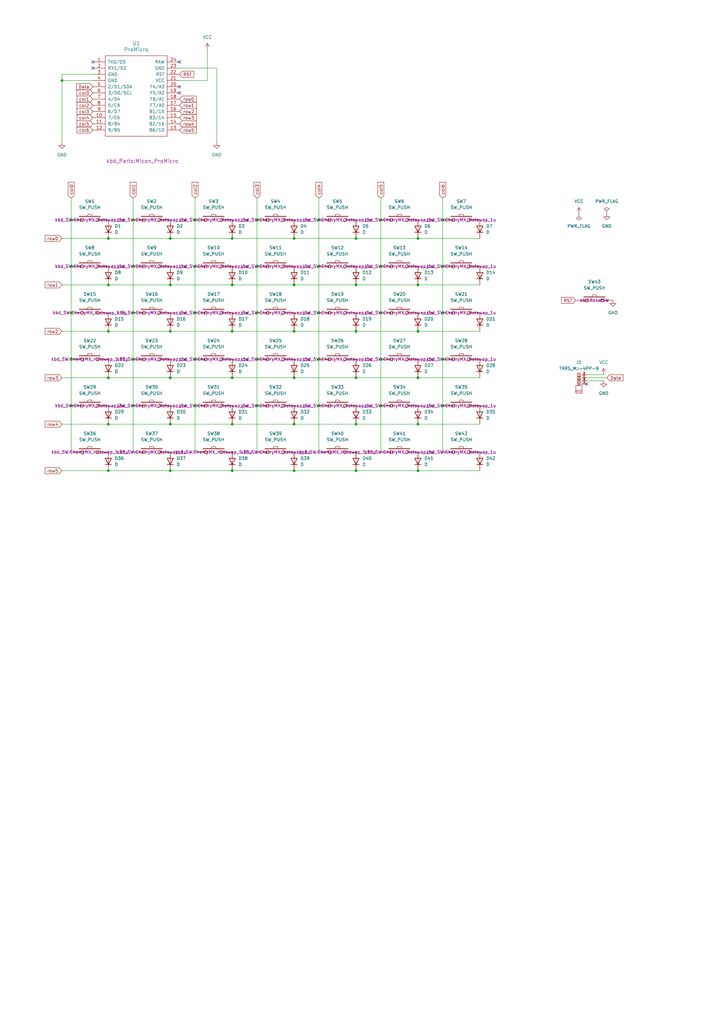
<source format=kicad_sch>
(kicad_sch (version 20231120) (generator "eeschema") (generator_version "8.0")
  (paper "A3" portrait)
  (lib_symbols
    (symbol "Device:D" (pin_numbers hide) (pin_names (offset 1.016) hide)
      (property "Reference" "D" (at 0 2.54 0))
      (property "Value" "D" (at 0 -2.54 0))
      (symbol "D_0_1"
        (polyline (pts (xy -1.27 1.27) (xy -1.27 -1.27)) (stroke (width 0.254)))
        (polyline (pts (xy 1.27 0) (xy -1.27 0)))
        (polyline (pts (xy 1.27 1.27) (xy 1.27 -1.27) (xy -1.27 0) (xy 1.27 1.27)) (stroke (width 0.254)))
      )
      (symbol "D_1_1"
        (pin passive line (at -3.81 0 0) (length 2.54) (name "K") (number "1"))
        (pin passive line (at 3.81 0 180) (length 2.54) (name "A") (number "2"))
      )
    )
    (symbol "Salicylic_kbd:TRRS_MJ-4PP-9" (pin_names (offset 1.016))
      (property "Reference" "J" (at 0 5.08 0))
      (property "Value" "TRRS_MJ-4PP-9" (at 0 -6.985 0))
      (symbol "TRRS_MJ-4PP-9_0_0"
        (text "R" (at 0 0 0) (effects (font (size 0.6096 0.6096))))
        (text "R" (at 0 1.27 0) (effects (font (size 0.6096 0.6096))))
        (text "S" (at 0 -1.27 0) (effects (font (size 0.6096 0.6096))))
        (text "T" (at 0 2.54 0) (effects (font (size 0.6096 0.6096))))
      )
      (symbol "TRRS_MJ-4PP-9_0_1"
        (rectangle (start -1.27 -3.81) (end 1.27 -4.445))
        (rectangle (start -1.27 -1.905) (end 1.27 -5.08))
        (rectangle (start -0.635 -0.635) (end 0.635 -1.905))
        (rectangle (start -0.635 0.635) (end 0.635 -0.635))
        (rectangle (start -0.635 1.905) (end 0.635 0.635))
        (rectangle (start -0.635 3.175) (end 0.635 1.905))
      )
      (symbol "TRRS_MJ-4PP-9_1_1"
        (pin input line (at 3.175 -1.27 180) (length 2.0066) (name "~") (number "A"))
        (pin input line (at 3.175 0 180) (length 2.0066) (name "~") (number "B"))
        (pin input line (at 3.175 1.27 180) (length 2.0066) (name "~") (number "C"))
        (pin input line (at 3.175 2.54 180) (length 2.0066) (name "~") (number "D"))
      )
    )
    (symbol "kbd:ProMicro" (pin_names (offset 1.016))
      (property "Reference" "U" (at 0 19.05 0))
      (property "Value" "ProMicro" (at 0 -19.05 0))
      (symbol "ProMicro_0_1"
        (rectangle (start -12.7 16.51) (end 12.7 -16.51))
      )
      (symbol "ProMicro_1_1"
        (pin bidirectional line (at -17.78 13.97 0) (length 5.08) (name "TX0/D3") (number "1"))
        (pin bidirectional line (at -17.78 -8.89 0) (length 5.08) (name "7/E6") (number "10"))
        (pin bidirectional line (at -17.78 -11.43 0) (length 5.08) (name "8/B4") (number "11"))
        (pin bidirectional line (at -17.78 -13.97 0) (length 5.08) (name "9/B5") (number "12"))
        (pin bidirectional line (at 17.78 -13.97 180) (length 5.08) (name "B6/10") (number "13"))
        (pin bidirectional line (at 17.78 -11.43 180) (length 5.08) (name "B2/16") (number "14"))
        (pin bidirectional line (at 17.78 -8.89 180) (length 5.08) (name "B3/14") (number "15"))
        (pin bidirectional line (at 17.78 -6.35 180) (length 5.08) (name "B1/15") (number "16"))
        (pin bidirectional line (at 17.78 -3.81 180) (length 5.08) (name "F7/A0") (number "17"))
        (pin bidirectional line (at 17.78 -1.27 180) (length 5.08) (name "F6/A1") (number "18"))
        (pin bidirectional line (at 17.78 1.27 180) (length 5.08) (name "F5/A2") (number "19"))
        (pin bidirectional line (at -17.78 11.43 0) (length 5.08) (name "RX1/D2") (number "2"))
        (pin bidirectional line (at 17.78 3.81 180) (length 5.08) (name "F4/A3") (number "20"))
        (pin power_in line (at 17.78 6.35 180) (length 5.08) (name "VCC") (number "21"))
        (pin input line (at 17.78 8.89 180) (length 5.08) (name "RST") (number "22"))
        (pin power_in line (at 17.78 11.43 180) (length 5.08) (name "GND") (number "23"))
        (pin power_out line (at 17.78 13.97 180) (length 5.08) (name "RAW") (number "24"))
        (pin power_in line (at -17.78 8.89 0) (length 5.08) (name "GND") (number "3"))
        (pin power_in line (at -17.78 6.35 0) (length 5.08) (name "GND") (number "4"))
        (pin bidirectional line (at -17.78 3.81 0) (length 5.08) (name "2/D1/SDA") (number "5"))
        (pin bidirectional line (at -17.78 1.27 0) (length 5.08) (name "3/D0/SCL") (number "6"))
        (pin bidirectional line (at -17.78 -1.27 0) (length 5.08) (name "4/D4") (number "7"))
        (pin bidirectional line (at -17.78 -3.81 0) (length 5.08) (name "5/C6") (number "8"))
        (pin bidirectional line (at -17.78 -6.35 0) (length 5.08) (name "6/D7") (number "9"))
      )
    )
    (symbol "kbd:SW_PUSH" (pin_numbers hide) (pin_names (offset 1.016) hide)
      (property "Reference" "SW" (at 3.81 2.794 0))
      (property "Value" "SW_PUSH" (at 0 -2.032 0))
      (symbol "SW_PUSH_0_1"
        (rectangle (start -4.318 1.27) (end 4.318 1.524))
        (polyline (pts (xy -1.016 1.524) (xy -0.762 2.286) (xy 0.762 2.286) (xy 1.016 1.524)))
        (pin passive inverted (at -7.62 0 0) (length 5.08) (name "1") (number "1"))
        (pin passive inverted (at 7.62 0 180) (length 5.08) (name "2") (number "2"))
      )
    )
    (symbol "power:GND" (power) (pin_numbers hide) (pin_names (offset 0) hide)
      (property "Value" "GND" (at 0 -3.81 0))
      (symbol "GND_0_1"
        (polyline (pts (xy 0 0) (xy 0 -1.27) (xy 1.27 -1.27) (xy 0 -2.54) (xy -1.27 -1.27) (xy 0 -1.27)))
      )
      (symbol "GND_1_1"
        (pin power_in line (at 0 0 270) (length 0) (name "~") (number "1"))
      )
    )
    (symbol "power:PWR_FLAG" (power) (pin_numbers hide) (pin_names (offset 0) hide)
      (property "Value" "PWR_FLAG" (at 0 3.81 0))
      (symbol "PWR_FLAG_0_0"
        (pin power_out line (at 0 0 90) (length 0) (name "~") (number "1"))
      )
      (symbol "PWR_FLAG_0_1"
        (polyline (pts (xy 0 0) (xy 0 1.27) (xy -1.016 1.905) (xy 0 2.54) (xy 1.016 1.905) (xy 0 1.27)))
      )
    )
    (symbol "power:VCC" (power) (pin_numbers hide) (pin_names (offset 0) hide)
      (property "Value" "VCC" (at 0 3.556 0))
      (symbol "VCC_0_1"
        (polyline (pts (xy -0.762 1.27) (xy 0 2.54)))
        (polyline (pts (xy 0 0) (xy 0 2.54)))
        (polyline (pts (xy 0 2.54) (xy 0.762 1.27)))
      )
      (symbol "VCC_1_1"
        (pin power_in line (at 0 0 90) (length 0) (name "~") (number "1"))
      )
    )
  )
  (junction (at 69.85 154.94))
  (junction (at 120.65 173.99))
  (junction (at 120.65 154.94))
  (junction (at 156.21 90.17))
  (junction (at 44.45 154.94))
  (junction (at 105.41 128.27))
  (junction (at 120.65 135.89))
  (junction (at 146.05 116.84))
  (junction (at 54.61 109.22))
  (junction (at 29.21 166.37))
  (junction (at 54.61 128.27))
  (junction (at 105.41 147.32))
  (junction (at 181.61 90.17))
  (junction (at 156.21 147.32))
  (junction (at 171.45 97.79))
  (junction (at 69.85 193.04))
  (junction (at 29.21 128.27))
  (junction (at 146.05 193.04))
  (junction (at 120.65 116.84))
  (junction (at 95.25 116.84))
  (junction (at 146.05 173.99))
  (junction (at 54.61 147.32))
  (junction (at 156.21 166.37))
  (junction (at 54.61 166.37))
  (junction (at 156.21 109.22))
  (junction (at 105.41 109.22))
  (junction (at 95.25 173.99))
  (junction (at 80.01 109.22))
  (junction (at 29.21 90.17))
  (junction (at 44.45 116.84))
  (junction (at 171.45 135.89))
  (junction (at 171.45 193.04))
  (junction (at 69.85 173.99))
  (junction (at 95.25 154.94))
  (junction (at 29.21 109.22))
  (junction (at 95.25 97.79))
  (junction (at 171.45 154.94))
  (junction (at 80.01 90.17))
  (junction (at 69.85 116.84))
  (junction (at 146.05 135.89))
  (junction (at 29.21 147.32))
  (junction (at 120.65 97.79))
  (junction (at 44.45 173.99))
  (junction (at 44.45 135.89))
  (junction (at 120.65 193.04))
  (junction (at 25.4 33.02))
  (junction (at 54.61 90.17))
  (junction (at 181.61 128.27))
  (junction (at 146.05 154.94))
  (junction (at 95.25 193.04))
  (junction (at 105.41 166.37))
  (junction (at 130.81 109.22))
  (junction (at 130.81 166.37))
  (junction (at 171.45 173.99))
  (junction (at 181.61 147.32))
  (junction (at 146.05 97.79))
  (junction (at 181.61 166.37))
  (junction (at 69.85 97.79))
  (junction (at 105.41 90.17))
  (junction (at 80.01 128.27))
  (junction (at 130.81 128.27))
  (junction (at 44.45 193.04))
  (junction (at 44.45 97.79))
  (junction (at 156.21 128.27))
  (junction (at 95.25 135.89))
  (junction (at 130.81 90.17))
  (junction (at 181.61 109.22))
  (junction (at 171.45 116.84))
  (junction (at 130.81 147.32))
  (junction (at 69.85 135.89))
  (junction (at 80.01 147.32))
  (junction (at 80.01 166.37))
  (no_connect (at 73.66 25.4))
  (no_connect (at 38.1 25.4))
  (no_connect (at 240.665 157.48))
  (no_connect (at 73.66 35.56))
  (no_connect (at 73.66 38.1))
  (no_connect (at 38.1 27.94))
  (wire (pts (xy 105.41 166.37) (xy 105.41 185.42)))
  (wire (pts (xy 44.45 193.04) (xy 69.85 193.04)))
  (wire (pts (xy 120.65 135.89) (xy 146.05 135.89)))
  (wire (pts (xy 69.85 97.79) (xy 95.25 97.79)))
  (wire (pts (xy 29.21 81.28) (xy 29.21 90.17)))
  (wire (pts (xy 181.61 128.27) (xy 181.61 147.32)))
  (wire (pts (xy 181.61 147.32) (xy 181.61 166.37)))
  (wire (pts (xy 54.61 81.28) (xy 54.61 90.17)))
  (wire (pts (xy 105.41 81.28) (xy 105.41 90.17)))
  (wire (pts (xy 85.09 20.32) (xy 85.09 33.02)))
  (wire (pts (xy 73.66 27.94) (xy 88.9 27.94)))
  (wire (pts (xy 44.45 116.84) (xy 69.85 116.84)))
  (wire (pts (xy 88.9 27.94) (xy 88.9 58.42)))
  (wire (pts (xy 29.21 166.37) (xy 29.21 185.42)))
  (wire (pts (xy 95.25 154.94) (xy 120.65 154.94)))
  (wire (pts (xy 181.61 109.22) (xy 181.61 128.27)))
  (wire (pts (xy 171.45 116.84) (xy 196.85 116.84)))
  (wire (pts (xy 146.05 97.79) (xy 171.45 97.79)))
  (wire (pts (xy 156.21 81.28) (xy 156.21 90.17)))
  (wire (pts (xy 25.4 154.94) (xy 44.45 154.94)))
  (wire (pts (xy 29.21 128.27) (xy 29.21 147.32)))
  (wire (pts (xy 130.81 128.27) (xy 130.81 147.32)))
  (wire (pts (xy 146.05 173.99) (xy 171.45 173.99)))
  (wire (pts (xy 95.25 116.84) (xy 120.65 116.84)))
  (wire (pts (xy 171.45 154.94) (xy 196.85 154.94)))
  (wire (pts (xy 69.85 173.99) (xy 95.25 173.99)))
  (wire (pts (xy 54.61 166.37) (xy 54.61 185.42)))
  (wire (pts (xy 105.41 90.17) (xy 105.41 109.22)))
  (wire (pts (xy 171.45 193.04) (xy 196.85 193.04)))
  (wire (pts (xy 25.4 193.04) (xy 44.45 193.04)))
  (wire (pts (xy 29.21 109.22) (xy 29.21 128.27)))
  (wire (pts (xy 105.41 109.22) (xy 105.41 128.27)))
  (wire (pts (xy 25.4 173.99) (xy 44.45 173.99)))
  (wire (pts (xy 29.21 147.32) (xy 29.21 166.37)))
  (wire (pts (xy 80.01 128.27) (xy 80.01 147.32)))
  (wire (pts (xy 80.01 81.28) (xy 80.01 90.17)))
  (wire (pts (xy 156.21 147.32) (xy 156.21 166.37)))
  (wire (pts (xy 80.01 90.17) (xy 80.01 109.22)))
  (wire (pts (xy 69.85 193.04) (xy 95.25 193.04)))
  (wire (pts (xy 85.09 33.02) (xy 73.66 33.02)))
  (wire (pts (xy 80.01 166.37) (xy 80.01 185.42)))
  (wire (pts (xy 54.61 128.27) (xy 54.61 147.32)))
  (wire (pts (xy 146.05 154.94) (xy 171.45 154.94)))
  (wire (pts (xy 130.81 90.17) (xy 130.81 109.22)))
  (wire (pts (xy 25.4 116.84) (xy 44.45 116.84)))
  (wire (pts (xy 120.65 193.04) (xy 146.05 193.04)))
  (wire (pts (xy 130.81 147.32) (xy 130.81 166.37)))
  (wire (pts (xy 44.45 173.99) (xy 69.85 173.99)))
  (wire (pts (xy 171.45 173.99) (xy 196.85 173.99)))
  (wire (pts (xy 95.25 173.99) (xy 120.65 173.99)))
  (wire (pts (xy 120.65 154.94) (xy 146.05 154.94)))
  (wire (pts (xy 25.4 135.89) (xy 44.45 135.89)))
  (wire (pts (xy 146.05 135.89) (xy 171.45 135.89)))
  (wire (pts (xy 105.41 147.32) (xy 105.41 166.37)))
  (wire (pts (xy 54.61 90.17) (xy 54.61 109.22)))
  (wire (pts (xy 80.01 109.22) (xy 80.01 128.27)))
  (wire (pts (xy 69.85 135.89) (xy 95.25 135.89)))
  (wire (pts (xy 25.4 33.02) (xy 38.1 33.02)))
  (wire (pts (xy 156.21 166.37) (xy 156.21 185.42)))
  (wire (pts (xy 120.65 97.79) (xy 146.05 97.79)))
  (wire (pts (xy 25.4 30.48) (xy 25.4 33.02)))
  (wire (pts (xy 44.45 97.79) (xy 69.85 97.79)))
  (wire (pts (xy 120.65 173.99) (xy 146.05 173.99)))
  (wire (pts (xy 181.61 166.37) (xy 181.61 185.42)))
  (wire (pts (xy 156.21 128.27) (xy 156.21 147.32)))
  (wire (pts (xy 95.25 135.89) (xy 120.65 135.89)))
  (wire (pts (xy 95.25 193.04) (xy 120.65 193.04)))
  (wire (pts (xy 44.45 154.94) (xy 69.85 154.94)))
  (wire (pts (xy 54.61 147.32) (xy 54.61 166.37)))
  (wire (pts (xy 120.65 116.84) (xy 146.05 116.84)))
  (wire (pts (xy 156.21 109.22) (xy 156.21 128.27)))
  (wire (pts (xy 146.05 193.04) (xy 171.45 193.04)))
  (wire (pts (xy 44.45 135.89) (xy 69.85 135.89)))
  (wire (pts (xy 29.21 90.17) (xy 29.21 109.22)))
  (wire (pts (xy 80.01 147.32) (xy 80.01 166.37)))
  (wire (pts (xy 130.81 109.22) (xy 130.81 128.27)))
  (wire (pts (xy 181.61 81.28) (xy 181.61 90.17)))
  (wire (pts (xy 105.41 128.27) (xy 105.41 147.32)))
  (wire (pts (xy 171.45 97.79) (xy 196.85 97.79)))
  (wire (pts (xy 171.45 135.89) (xy 196.85 135.89)))
  (wire (pts (xy 240.665 154.94) (xy 248.92 154.94)))
  (wire (pts (xy 38.1 30.48) (xy 25.4 30.48)))
  (wire (pts (xy 69.85 154.94) (xy 95.25 154.94)))
  (wire (pts (xy 181.61 90.17) (xy 181.61 109.22)))
  (wire (pts (xy 240.665 153.67) (xy 247.65 153.67)))
  (wire (pts (xy 240.665 156.21) (xy 247.65 156.21)))
  (wire (pts (xy 25.4 97.79) (xy 44.45 97.79)))
  (wire (pts (xy 146.05 116.84) (xy 171.45 116.84)))
  (wire (pts (xy 156.21 90.17) (xy 156.21 109.22)))
  (wire (pts (xy 69.85 116.84) (xy 95.25 116.84)))
  (wire (pts (xy 130.81 81.28) (xy 130.81 90.17)))
  (wire (pts (xy 130.81 166.37) (xy 130.81 185.42)))
  (wire (pts (xy 25.4 33.02) (xy 25.4 58.42)))
  (wire (pts (xy 95.25 97.79) (xy 120.65 97.79)))
  (wire (pts (xy 54.61 109.22) (xy 54.61 128.27)))
  (global_label "col0" (shape input) (at 38.1 38.1 180) (property "Intersheetrefs" "${INTERSHEET_REFS}" (effects (hide yes))))
  (global_label "row4" (shape input) (at 25.4 173.99 180) (property "Intersheetrefs" "${INTERSHEET_REFS}" (effects (hide yes))))
  (global_label "col1" (shape input) (at 54.61 81.28 90) (property "Intersheetrefs" "${INTERSHEET_REFS}" (effects (hide yes))))
  (global_label "row0" (shape input) (at 25.4 97.79 180) (property "Intersheetrefs" "${INTERSHEET_REFS}" (effects (hide yes))))
  (global_label "col2" (shape input) (at 38.1 43.18 180) (property "Intersheetrefs" "${INTERSHEET_REFS}" (effects (hide yes))))
  (global_label "Data" (shape input) (at 248.92 154.94 0) (property "Intersheetrefs" "${INTERSHEET_REFS}" (effects (hide yes))))
  (global_label "col3" (shape input) (at 105.41 81.28 90) (property "Intersheetrefs" "${INTERSHEET_REFS}" (effects (hide yes))))
  (global_label "col6" (shape input) (at 181.61 81.28 90) (property "Intersheetrefs" "${INTERSHEET_REFS}" (effects (hide yes))))
  (global_label "row5" (shape input) (at 25.4 193.04 180) (property "Intersheetrefs" "${INTERSHEET_REFS}" (effects (hide yes))))
  (global_label "col0" (shape input) (at 29.21 81.28 90) (property "Intersheetrefs" "${INTERSHEET_REFS}" (effects (hide yes))))
  (global_label "col1" (shape input) (at 38.1 40.64 180) (property "Intersheetrefs" "${INTERSHEET_REFS}" (effects (hide yes))))
  (global_label "row1" (shape input) (at 25.4 116.84 180) (property "Intersheetrefs" "${INTERSHEET_REFS}" (effects (hide yes))))
  (global_label "row3" (shape input) (at 25.4 154.94 180) (property "Intersheetrefs" "${INTERSHEET_REFS}" (effects (hide yes))))
  (global_label "row2" (shape input) (at 25.4 135.89 180) (property "Intersheetrefs" "${INTERSHEET_REFS}" (effects (hide yes))))
  (global_label "col5" (shape input) (at 156.21 81.28 90) (property "Intersheetrefs" "${INTERSHEET_REFS}" (effects (hide yes))))
  (global_label "col3" (shape input) (at 38.1 45.72 180) (property "Intersheetrefs" "${INTERSHEET_REFS}" (effects (hide yes))))
  (global_label "col4" (shape input) (at 130.81 81.28 90) (property "Intersheetrefs" "${INTERSHEET_REFS}" (effects (hide yes))))
  (global_label "RST" (shape input) (at 73.66 30.48 0) (property "Intersheetrefs" "${INTERSHEET_REFS}" (effects (hide yes))))
  (global_label "row1" (shape input) (at 73.66 43.18 0) (property "Intersheetrefs" "${INTERSHEET_REFS}" (effects (hide yes))))
  (global_label "row5" (shape input) (at 73.66 53.34 0) (property "Intersheetrefs" "${INTERSHEET_REFS}" (effects (hide yes))))
  (global_label "col6" (shape input) (at 38.1 53.34 180) (property "Intersheetrefs" "${INTERSHEET_REFS}" (effects (hide yes))))
  (global_label "row0" (shape input) (at 73.66 40.64 0) (property "Intersheetrefs" "${INTERSHEET_REFS}" (effects (hide yes))))
  (global_label "col4" (shape input) (at 38.1 48.26 180) (property "Intersheetrefs" "${INTERSHEET_REFS}" (effects (hide yes))))
  (global_label "col5" (shape input) (at 38.1 50.8 180) (property "Intersheetrefs" "${INTERSHEET_REFS}" (effects (hide yes))))
  (global_label "row3" (shape input) (at 73.66 48.26 0) (property "Intersheetrefs" "${INTERSHEET_REFS}" (effects (hide yes))))
  (global_label "RST" (shape input) (at 236.22 123.19 180) (property "Intersheetrefs" "${INTERSHEET_REFS}" (effects (hide yes))))
  (global_label "Data" (shape input) (at 38.1 35.56 180) (property "Intersheetrefs" "${INTERSHEET_REFS}" (effects (hide yes))))
  (global_label "col2" (shape input) (at 80.01 81.28 90) (property "Intersheetrefs" "${INTERSHEET_REFS}" (effects (hide yes))))
  (global_label "row4" (shape input) (at 73.66 50.8 0) (property "Intersheetrefs" "${INTERSHEET_REFS}" (effects (hide yes))))
  (global_label "row2" (shape input) (at 73.66 45.72 0) (property "Intersheetrefs" "${INTERSHEET_REFS}" (effects (hide yes))))
  (symbol (lib_id "kbd:SW_PUSH") (at 138.43 109.22 0) (unit 1)
    (property "Reference" "SW12" (at 138.43 101.6 0))
    (property "Value" "SW_PUSH" (at 138.43 104.14 0))
    (property "Footprint" "kbd_SW:CherryMX_Hotswap_1u" (at 138.43 109.22 0))
  )
  (symbol (lib_id "kbd:SW_PUSH") (at 189.23 166.37 0) (unit 1)
    (property "Reference" "SW35" (at 189.23 158.75 0))
    (property "Value" "SW_PUSH" (at 189.23 161.29 0))
    (property "Footprint" "kbd_SW:CherryMX_Hotswap_1u" (at 189.23 166.37 0))
  )
  (symbol (lib_id "Device:D") (at 146.05 170.18 90) (unit 1)
    (property "Reference" "D33" (at 148.59 168.9099 90) (effects (justify right)))
    (property "Value" "D" (at 148.59 171.4499 90) (effects (justify right)))
    (property "Footprint" "kbd_Parts:Diode_TH_SMD" (effects (hide yes)))
    (property "Description" "Diode" (effects (hide yes)))
    (property "Sim.Device" "D" (effects (hide yes)))
    (property "Sim.Pins" "1=K 2=A" (effects (hide yes)))
  )
  (symbol (lib_id "kbd:SW_PUSH") (at 138.43 128.27 0) (unit 1)
    (property "Reference" "SW19" (at 138.43 120.65 0))
    (property "Value" "SW_PUSH" (at 138.43 123.19 0))
    (property "Footprint" "kbd_SW:CherryMX_Hotswap_1u" (at 138.43 128.27 0))
  )
  (symbol (lib_id "power:PWR_FLAG") (at 248.92 87.63 0) (unit 1)
    (property "Reference" "#FLG02" (effects (hide yes)))
    (property "Value" "PWR_FLAG" (at 248.92 82.55 0))
    (property "Description" "Special symbol for telling ERC where power comes from" (effects (hide yes)))
  )
  (symbol (lib_id "kbd:ProMicro") (at 55.88 39.37 0) (unit 1)
    (property "Reference" "U1" (at 55.88 17.78 0) (effects (font (size 1.524 1.524))))
    (property "Value" "ProMicro" (at 55.88 20.32 0) (effects (font (size 1.524 1.524))))
    (property "Footprint" "kbd_Parts:Micon_ProMicro" (at 58.42 66.04 0) (effects (font (size 1.524 1.524))))
  )
  (symbol (lib_id "Device:D") (at 196.85 93.98 90) (unit 1)
    (property "Reference" "D7" (at 199.39 92.7099 90) (effects (justify right)))
    (property "Value" "D" (at 199.39 95.2499 90) (effects (justify right)))
    (property "Footprint" "kbd_Parts:Diode_TH_SMD" (effects (hide yes)))
    (property "Description" "Diode" (effects (hide yes)))
    (property "Sim.Device" "D" (effects (hide yes)))
    (property "Sim.Pins" "1=K 2=A" (effects (hide yes)))
  )
  (symbol (lib_id "Device:D") (at 146.05 189.23 90) (unit 1)
    (property "Reference" "D40" (at 148.59 187.9599 90) (effects (justify right)))
    (property "Value" "D" (at 148.59 190.4999 90) (effects (justify right)))
    (property "Footprint" "kbd_Parts:Diode_TH_SMD" (effects (hide yes)))
    (property "Description" "Diode" (effects (hide yes)))
    (property "Sim.Device" "D" (effects (hide yes)))
    (property "Sim.Pins" "1=K 2=A" (effects (hide yes)))
  )
  (symbol (lib_id "Device:D") (at 171.45 93.98 90) (unit 1)
    (property "Reference" "D6" (at 173.99 92.7099 90) (effects (justify right)))
    (property "Value" "D" (at 173.99 95.2499 90) (effects (justify right)))
    (property "Footprint" "kbd_Parts:Diode_TH_SMD" (effects (hide yes)))
    (property "Description" "Diode" (effects (hide yes)))
    (property "Sim.Device" "D" (effects (hide yes)))
    (property "Sim.Pins" "1=K 2=A" (effects (hide yes)))
  )
  (symbol (lib_id "power:PWR_FLAG") (at 237.49 87.63 180) (unit 1)
    (property "Reference" "#FLG01" (effects (hide yes)))
    (property "Value" "PWR_FLAG" (at 237.49 92.71 0))
    (property "Description" "Special symbol for telling ERC where power comes from" (effects (hide yes)))
  )
  (symbol (lib_id "kbd:SW_PUSH") (at 189.23 90.17 0) (unit 1)
    (property "Reference" "SW7" (at 189.23 82.55 0))
    (property "Value" "SW_PUSH" (at 189.23 85.09 0))
    (property "Footprint" "kbd_SW:CherryMX_Hotswap_1u" (at 189.23 90.17 0))
  )
  (symbol (lib_id "power:VCC") (at 85.09 20.32 0) (unit 1)
    (property "Reference" "#PWR01" (effects (hide yes)))
    (property "Value" "VCC" (at 85.09 15.24 0))
    (property "Description" "Power symbol creates a global label with name \"VCC\"" (effects (hide yes)))
  )
  (symbol (lib_id "kbd:SW_PUSH") (at 113.03 128.27 0) (unit 1)
    (property "Reference" "SW18" (at 113.03 120.65 0))
    (property "Value" "SW_PUSH" (at 113.03 123.19 0))
    (property "Footprint" "kbd_SW:CherryMX_Hotswap_1u" (at 113.03 128.27 0))
  )
  (symbol (lib_id "Device:D") (at 171.45 151.13 90) (unit 1)
    (property "Reference" "D27" (at 173.99 149.8599 90) (effects (justify right)))
    (property "Value" "D" (at 173.99 152.3999 90) (effects (justify right)))
    (property "Footprint" "kbd_Parts:Diode_TH_SMD" (effects (hide yes)))
    (property "Description" "Diode" (effects (hide yes)))
    (property "Sim.Device" "D" (effects (hide yes)))
    (property "Sim.Pins" "1=K 2=A" (effects (hide yes)))
  )
  (symbol (lib_id "Device:D") (at 171.45 113.03 90) (unit 1)
    (property "Reference" "D13" (at 173.99 111.7599 90) (effects (justify right)))
    (property "Value" "D" (at 173.99 114.2999 90) (effects (justify right)))
    (property "Footprint" "kbd_Parts:Diode_TH_SMD" (effects (hide yes)))
    (property "Description" "Diode" (effects (hide yes)))
    (property "Sim.Device" "D" (effects (hide yes)))
    (property "Sim.Pins" "1=K 2=A" (effects (hide yes)))
  )
  (symbol (lib_id "Device:D") (at 95.25 113.03 90) (unit 1)
    (property "Reference" "D10" (at 97.79 111.7599 90) (effects (justify right)))
    (property "Value" "D" (at 97.79 114.2999 90) (effects (justify right)))
    (property "Footprint" "kbd_Parts:Diode_TH_SMD" (effects (hide yes)))
    (property "Description" "Diode" (effects (hide yes)))
    (property "Sim.Device" "D" (effects (hide yes)))
    (property "Sim.Pins" "1=K 2=A" (effects (hide yes)))
  )
  (symbol (lib_id "kbd:SW_PUSH") (at 138.43 166.37 0) (unit 1)
    (property "Reference" "SW33" (at 138.43 158.75 0))
    (property "Value" "SW_PUSH" (at 138.43 161.29 0))
    (property "Footprint" "kbd_SW:CherryMX_Hotswap_1u" (at 138.43 166.37 0))
  )
  (symbol (lib_id "Device:D") (at 196.85 189.23 90) (unit 1)
    (property "Reference" "D42" (at 199.39 187.9599 90) (effects (justify right)))
    (property "Value" "D" (at 199.39 190.4999 90) (effects (justify right)))
    (property "Footprint" "kbd_Parts:Diode_TH_SMD" (effects (hide yes)))
    (property "Description" "Diode" (effects (hide yes)))
    (property "Sim.Device" "D" (effects (hide yes)))
    (property "Sim.Pins" "1=K 2=A" (effects (hide yes)))
  )
  (symbol (lib_id "Device:D") (at 120.65 170.18 90) (unit 1)
    (property "Reference" "D32" (at 123.19 168.9099 90) (effects (justify right)))
    (property "Value" "D" (at 123.19 171.4499 90) (effects (justify right)))
    (property "Footprint" "kbd_Parts:Diode_TH_SMD" (effects (hide yes)))
    (property "Description" "Diode" (effects (hide yes)))
    (property "Sim.Device" "D" (effects (hide yes)))
    (property "Sim.Pins" "1=K 2=A" (effects (hide yes)))
  )
  (symbol (lib_id "kbd:SW_PUSH") (at 113.03 90.17 0) (unit 1)
    (property "Reference" "SW4" (at 113.03 82.55 0))
    (property "Value" "SW_PUSH" (at 113.03 85.09 0))
    (property "Footprint" "kbd_SW:CherryMX_Hotswap_1u" (at 113.03 90.17 0))
  )
  (symbol (lib_id "kbd:SW_PUSH") (at 87.63 128.27 0) (unit 1)
    (property "Reference" "SW17" (at 87.63 120.65 0))
    (property "Value" "SW_PUSH" (at 87.63 123.19 0))
    (property "Footprint" "kbd_SW:CherryMX_Hotswap_1u" (at 87.63 128.27 0))
  )
  (symbol (lib_id "Device:D") (at 69.85 93.98 90) (unit 1)
    (property "Reference" "D2" (at 72.39 92.7099 90) (effects (justify right)))
    (property "Value" "D" (at 72.39 95.2499 90) (effects (justify right)))
    (property "Footprint" "kbd_Parts:Diode_TH_SMD" (effects (hide yes)))
    (property "Description" "Diode" (effects (hide yes)))
    (property "Sim.Device" "D" (effects (hide yes)))
    (property "Sim.Pins" "1=K 2=A" (effects (hide yes)))
  )
  (symbol (lib_id "power:GND") (at 88.9 58.42 0) (unit 1)
    (property "Reference" "#PWR03" (effects (hide yes)))
    (property "Value" "GND" (at 88.9 63.5 0))
    (property "Description" "Power symbol creates a global label with name \"GND\" , ground" (effects (hide yes)))
  )
  (symbol (lib_id "kbd:SW_PUSH") (at 113.03 166.37 0) (unit 1)
    (property "Reference" "SW32" (at 113.03 158.75 0))
    (property "Value" "SW_PUSH" (at 113.03 161.29 0))
    (property "Footprint" "kbd_SW:CherryMX_Hotswap_1u" (at 113.03 166.37 0))
  )
  (symbol (lib_id "kbd:SW_PUSH") (at 87.63 90.17 0) (unit 1)
    (property "Reference" "SW3" (at 87.63 82.55 0))
    (property "Value" "SW_PUSH" (at 87.63 85.09 0))
    (property "Footprint" "kbd_SW:CherryMX_Hotswap_1u" (at 87.63 90.17 0))
  )
  (symbol (lib_id "kbd:SW_PUSH") (at 36.83 147.32 0) (unit 1)
    (property "Reference" "SW22" (at 36.83 139.7 0))
    (property "Value" "SW_PUSH" (at 36.83 142.24 0))
    (property "Footprint" "kbd_SW:CherryMX_Hotswap_1.75u" (at 36.83 147.32 0))
  )
  (symbol (lib_id "Device:D") (at 196.85 170.18 90) (unit 1)
    (property "Reference" "D35" (at 199.39 168.9099 90) (effects (justify right)))
    (property "Value" "D" (at 199.39 171.4499 90) (effects (justify right)))
    (property "Footprint" "kbd_Parts:Diode_TH_SMD" (effects (hide yes)))
    (property "Description" "Diode" (effects (hide yes)))
    (property "Sim.Device" "D" (effects (hide yes)))
    (property "Sim.Pins" "1=K 2=A" (effects (hide yes)))
  )
  (symbol (lib_id "kbd:SW_PUSH") (at 163.83 109.22 0) (unit 1)
    (property "Reference" "SW13" (at 163.83 101.6 0))
    (property "Value" "SW_PUSH" (at 163.83 104.14 0))
    (property "Footprint" "kbd_SW:CherryMX_Hotswap_1u" (at 163.83 109.22 0))
  )
  (symbol (lib_id "power:GND") (at 251.46 123.19 0) (unit 1)
    (property "Reference" "#PWR08" (effects (hide yes)))
    (property "Value" "GND" (at 251.46 128.27 0))
    (property "Description" "Power symbol creates a global label with name \"GND\" , ground" (effects (hide yes)))
  )
  (symbol (lib_id "Device:D") (at 69.85 170.18 90) (unit 1)
    (property "Reference" "D30" (at 72.39 168.9099 90) (effects (justify right)))
    (property "Value" "D" (at 72.39 171.4499 90) (effects (justify right)))
    (property "Footprint" "kbd_Parts:Diode_TH_SMD" (effects (hide yes)))
    (property "Description" "Diode" (effects (hide yes)))
    (property "Sim.Device" "D" (effects (hide yes)))
    (property "Sim.Pins" "1=K 2=A" (effects (hide yes)))
  )
  (symbol (lib_id "Device:D") (at 95.25 170.18 90) (unit 1)
    (property "Reference" "D31" (at 97.79 168.9099 90) (effects (justify right)))
    (property "Value" "D" (at 97.79 171.4499 90) (effects (justify right)))
    (property "Footprint" "kbd_Parts:Diode_TH_SMD" (effects (hide yes)))
    (property "Description" "Diode" (effects (hide yes)))
    (property "Sim.Device" "D" (effects (hide yes)))
    (property "Sim.Pins" "1=K 2=A" (effects (hide yes)))
  )
  (symbol (lib_id "Device:D") (at 171.45 189.23 90) (unit 1)
    (property "Reference" "D41" (at 173.99 187.9599 90) (effects (justify right)))
    (property "Value" "D" (at 173.99 190.4999 90) (effects (justify right)))
    (property "Footprint" "kbd_Parts:Diode_TH_SMD" (effects (hide yes)))
    (property "Description" "Diode" (effects (hide yes)))
    (property "Sim.Device" "D" (effects (hide yes)))
    (property "Sim.Pins" "1=K 2=A" (effects (hide yes)))
  )
  (symbol (lib_id "kbd:SW_PUSH") (at 36.83 90.17 0) (unit 1)
    (property "Reference" "SW1" (at 36.83 82.55 0))
    (property "Value" "SW_PUSH" (at 36.83 85.09 0))
    (property "Footprint" "kbd_SW:CherryMX_Hotswap_1u" (at 36.83 90.17 0))
  )
  (symbol (lib_id "Device:D") (at 95.25 189.23 90) (unit 1)
    (property "Reference" "D38" (at 97.79 187.9599 90) (effects (justify right)))
    (property "Value" "D" (at 97.79 190.4999 90) (effects (justify right)))
    (property "Footprint" "kbd_Parts:Diode_TH_SMD" (effects (hide yes)))
    (property "Description" "Diode" (effects (hide yes)))
    (property "Sim.Device" "D" (effects (hide yes)))
    (property "Sim.Pins" "1=K 2=A" (effects (hide yes)))
  )
  (symbol (lib_id "kbd:SW_PUSH") (at 189.23 128.27 0) (unit 1)
    (property "Reference" "SW21" (at 189.23 120.65 0))
    (property "Value" "SW_PUSH" (at 189.23 123.19 0))
    (property "Footprint" "kbd_SW:CherryMX_Hotswap_1u" (at 189.23 128.27 0))
  )
  (symbol (lib_id "kbd:SW_PUSH") (at 163.83 185.42 0) (unit 1)
    (property "Reference" "SW41" (at 163.83 177.8 0))
    (property "Value" "SW_PUSH" (at 163.83 180.34 0))
    (property "Footprint" "kbd_SW:CherryMX_Hotswap_1u" (at 163.83 185.42 0))
  )
  (symbol (lib_id "Device:D") (at 146.05 151.13 90) (unit 1)
    (property "Reference" "D26" (at 148.59 149.8599 90) (effects (justify right)))
    (property "Value" "D" (at 148.59 152.3999 90) (effects (justify right)))
    (property "Footprint" "kbd_Parts:Diode_TH_SMD" (effects (hide yes)))
    (property "Description" "Diode" (effects (hide yes)))
    (property "Sim.Device" "D" (effects (hide yes)))
    (property "Sim.Pins" "1=K 2=A" (effects (hide yes)))
  )
  (symbol (lib_id "Device:D") (at 44.45 189.23 90) (unit 1)
    (property "Reference" "D36" (at 46.99 187.9599 90) (effects (justify right)))
    (property "Value" "D" (at 46.99 190.4999 90) (effects (justify right)))
    (property "Footprint" "kbd_Parts:Diode_TH_SMD" (effects (hide yes)))
    (property "Description" "Diode" (effects (hide yes)))
    (property "Sim.Device" "D" (effects (hide yes)))
    (property "Sim.Pins" "1=K 2=A" (effects (hide yes)))
  )
  (symbol (lib_id "kbd:SW_PUSH") (at 87.63 185.42 0) (unit 1)
    (property "Reference" "SW38" (at 87.63 177.8 0))
    (property "Value" "SW_PUSH" (at 87.63 180.34 0))
    (property "Footprint" "kbd_SW:CherryMX_Hotswap_1.25u" (at 87.63 185.42 0))
  )
  (symbol (lib_id "kbd:SW_PUSH") (at 62.23 128.27 0) (unit 1)
    (property "Reference" "SW16" (at 62.23 120.65 0))
    (property "Value" "SW_PUSH" (at 62.23 123.19 0))
    (property "Footprint" "kbd_SW:CherryMX_Hotswap_1u" (at 62.23 128.27 0))
  )
  (symbol (lib_id "Device:D") (at 95.25 132.08 90) (unit 1)
    (property "Reference" "D17" (at 97.79 130.8099 90) (effects (justify right)))
    (property "Value" "D" (at 97.79 133.3499 90) (effects (justify right)))
    (property "Footprint" "kbd_Parts:Diode_TH_SMD" (effects (hide yes)))
    (property "Description" "Diode" (effects (hide yes)))
    (property "Sim.Device" "D" (effects (hide yes)))
    (property "Sim.Pins" "1=K 2=A" (effects (hide yes)))
  )
  (symbol (lib_id "Device:D") (at 146.05 132.08 90) (unit 1)
    (property "Reference" "D19" (at 148.59 130.8099 90) (effects (justify right)))
    (property "Value" "D" (at 148.59 133.3499 90) (effects (justify right)))
    (property "Footprint" "kbd_Parts:Diode_TH_SMD" (effects (hide yes)))
    (property "Description" "Diode" (effects (hide yes)))
    (property "Sim.Device" "D" (effects (hide yes)))
    (property "Sim.Pins" "1=K 2=A" (effects (hide yes)))
  )
  (symbol (lib_id "Device:D") (at 69.85 189.23 90) (unit 1)
    (property "Reference" "D37" (at 72.39 187.9599 90) (effects (justify right)))
    (property "Value" "D" (at 72.39 190.4999 90) (effects (justify right)))
    (property "Footprint" "kbd_Parts:Diode_TH_SMD" (effects (hide yes)))
    (property "Description" "Diode" (effects (hide yes)))
    (property "Sim.Device" "D" (effects (hide yes)))
    (property "Sim.Pins" "1=K 2=A" (effects (hide yes)))
  )
  (symbol (lib_id "kbd:SW_PUSH") (at 113.03 109.22 0) (unit 1)
    (property "Reference" "SW11" (at 113.03 101.6 0))
    (property "Value" "SW_PUSH" (at 113.03 104.14 0))
    (property "Footprint" "kbd_SW:CherryMX_Hotswap_1u" (at 113.03 109.22 0))
  )
  (symbol (lib_id "power:VCC") (at 247.65 153.67 0) (unit 1)
    (property "Reference" "#PWR04" (effects (hide yes)))
    (property "Value" "VCC" (at 247.65 148.59 0))
    (property "Description" "Power symbol creates a global label with name \"VCC\"" (effects (hide yes)))
  )
  (symbol (lib_id "kbd:SW_PUSH") (at 189.23 109.22 0) (unit 1)
    (property "Reference" "SW14" (at 189.23 101.6 0))
    (property "Value" "SW_PUSH" (at 189.23 104.14 0))
    (property "Footprint" "kbd_SW:CherryMX_Hotswap_1u" (at 189.23 109.22 0))
  )
  (symbol (lib_id "Device:D") (at 69.85 132.08 90) (unit 1)
    (property "Reference" "D16" (at 72.39 130.8099 90) (effects (justify right)))
    (property "Value" "D" (at 72.39 133.3499 90) (effects (justify right)))
    (property "Footprint" "kbd_Parts:Diode_TH_SMD" (effects (hide yes)))
    (property "Description" "Diode" (effects (hide yes)))
    (property "Sim.Device" "D" (effects (hide yes)))
    (property "Sim.Pins" "1=K 2=A" (effects (hide yes)))
  )
  (symbol (lib_id "Device:D") (at 95.25 151.13 90) (unit 1)
    (property "Reference" "D24" (at 97.79 149.8599 90) (effects (justify right)))
    (property "Value" "D" (at 97.79 152.3999 90) (effects (justify right)))
    (property "Footprint" "kbd_Parts:Diode_TH_SMD" (effects (hide yes)))
    (property "Description" "Diode" (effects (hide yes)))
    (property "Sim.Device" "D" (effects (hide yes)))
    (property "Sim.Pins" "1=K 2=A" (effects (hide yes)))
  )
  (symbol (lib_id "Device:D") (at 120.65 189.23 90) (unit 1)
    (property "Reference" "D39" (at 123.19 187.9599 90) (effects (justify right)))
    (property "Value" "D" (at 123.19 190.4999 90) (effects (justify right)))
    (property "Footprint" "kbd_Parts:Diode_TH_SMD" (effects (hide yes)))
    (property "Description" "Diode" (effects (hide yes)))
    (property "Sim.Device" "D" (effects (hide yes)))
    (property "Sim.Pins" "1=K 2=A" (effects (hide yes)))
  )
  (symbol (lib_id "power:GND") (at 25.4 58.42 0) (unit 1)
    (property "Reference" "#PWR02" (effects (hide yes)))
    (property "Value" "GND" (at 25.4 63.5 0))
    (property "Description" "Power symbol creates a global label with name \"GND\" , ground" (effects (hide yes)))
  )
  (symbol (lib_id "kbd:SW_PUSH") (at 36.83 109.22 0) (unit 1)
    (property "Reference" "SW8" (at 36.83 101.6 0))
    (property "Value" "SW_PUSH" (at 36.83 104.14 0))
    (property "Footprint" "kbd_SW:CherryMX_Hotswap_1u" (at 36.83 109.22 0))
  )
  (symbol (lib_id "kbd:SW_PUSH") (at 138.43 90.17 0) (unit 1)
    (property "Reference" "SW5" (at 138.43 82.55 0))
    (property "Value" "SW_PUSH" (at 138.43 85.09 0))
    (property "Footprint" "kbd_SW:CherryMX_Hotswap_1u" (at 138.43 90.17 0))
  )
  (symbol (lib_id "kbd:SW_PUSH") (at 36.83 128.27 0) (unit 1)
    (property "Reference" "SW15" (at 36.83 120.65 0))
    (property "Value" "SW_PUSH" (at 36.83 123.19 0))
    (property "Footprint" "kbd_SW:CherryMX_Hotswap_1.5u" (at 36.83 128.27 0))
  )
  (symbol (lib_id "kbd:SW_PUSH") (at 87.63 147.32 0) (unit 1)
    (property "Reference" "SW24" (at 87.63 139.7 0))
    (property "Value" "SW_PUSH" (at 87.63 142.24 0))
    (property "Footprint" "kbd_SW:CherryMX_Hotswap_1u" (at 87.63 147.32 0))
  )
  (symbol (lib_id "Salicylic_kbd:TRRS_MJ-4PP-9") (at 237.49 156.21 0) (unit 1)
    (property "Reference" "J1" (at 237.49 148.59 0))
    (property "Value" "TRRS_MJ-4PP-9" (at 237.49 151.13 0))
    (property "Footprint" "kbd_Parts:TRRS_MJ-4PP-9" (effects (hide yes)))
  )
  (symbol (lib_id "kbd:SW_PUSH") (at 113.03 147.32 0) (unit 1)
    (property "Reference" "SW25" (at 113.03 139.7 0))
    (property "Value" "SW_PUSH" (at 113.03 142.24 0))
    (property "Footprint" "kbd_SW:CherryMX_Hotswap_1u" (at 113.03 147.32 0))
  )
  (symbol (lib_id "Device:D") (at 146.05 113.03 90) (unit 1)
    (property "Reference" "D12" (at 148.59 111.7599 90) (effects (justify right)))
    (property "Value" "D" (at 148.59 114.2999 90) (effects (justify right)))
    (property "Footprint" "kbd_Parts:Diode_TH_SMD" (effects (hide yes)))
    (property "Description" "Diode" (effects (hide yes)))
    (property "Sim.Device" "D" (effects (hide yes)))
    (property "Sim.Pins" "1=K 2=A" (effects (hide yes)))
  )
  (symbol (lib_id "Device:D") (at 196.85 113.03 90) (unit 1)
    (property "Reference" "D14" (at 199.39 111.7599 90) (effects (justify right)))
    (property "Value" "D" (at 199.39 114.2999 90) (effects (justify right)))
    (property "Footprint" "kbd_Parts:Diode_TH_SMD" (effects (hide yes)))
    (property "Description" "Diode" (effects (hide yes)))
    (property "Sim.Device" "D" (effects (hide yes)))
    (property "Sim.Pins" "1=K 2=A" (effects (hide yes)))
  )
  (symbol (lib_id "Device:D") (at 171.45 170.18 90) (unit 1)
    (property "Reference" "D34" (at 173.99 168.9099 90) (effects (justify right)))
    (property "Value" "D" (at 173.99 171.4499 90) (effects (justify right)))
    (property "Footprint" "kbd_Parts:Diode_TH_SMD" (effects (hide yes)))
    (property "Description" "Diode" (effects (hide yes)))
    (property "Sim.Device" "D" (effects (hide yes)))
    (property "Sim.Pins" "1=K 2=A" (effects (hide yes)))
  )
  (symbol (lib_id "Device:D") (at 196.85 132.08 90) (unit 1)
    (property "Reference" "D21" (at 199.39 130.8099 90) (effects (justify right)))
    (property "Value" "D" (at 199.39 133.3499 90) (effects (justify right)))
    (property "Footprint" "kbd_Parts:Diode_TH_SMD" (effects (hide yes)))
    (property "Description" "Diode" (effects (hide yes)))
    (property "Sim.Device" "D" (effects (hide yes)))
    (property "Sim.Pins" "1=K 2=A" (effects (hide yes)))
  )
  (symbol (lib_id "Device:D") (at 69.85 113.03 90) (unit 1)
    (property "Reference" "D9" (at 72.39 111.7599 90) (effects (justify right)))
    (property "Value" "D" (at 72.39 114.2999 90) (effects (justify right)))
    (property "Footprint" "kbd_Parts:Diode_TH_SMD" (effects (hide yes)))
    (property "Description" "Diode" (effects (hide yes)))
    (property "Sim.Device" "D" (effects (hide yes)))
    (property "Sim.Pins" "1=K 2=A" (effects (hide yes)))
  )
  (symbol (lib_id "Device:D") (at 95.25 93.98 90) (unit 1)
    (property "Reference" "D3" (at 97.79 92.7099 90) (effects (justify right)))
    (property "Value" "D" (at 97.79 95.2499 90) (effects (justify right)))
    (property "Footprint" "kbd_Parts:Diode_TH_SMD" (effects (hide yes)))
    (property "Description" "Diode" (effects (hide yes)))
    (property "Sim.Device" "D" (effects (hide yes)))
    (property "Sim.Pins" "1=K 2=A" (effects (hide yes)))
  )
  (symbol (lib_id "kbd:SW_PUSH") (at 163.83 90.17 0) (unit 1)
    (property "Reference" "SW6" (at 163.83 82.55 0))
    (property "Value" "SW_PUSH" (at 163.83 85.09 0))
    (property "Footprint" "kbd_SW:CherryMX_Hotswap_1u" (at 163.83 90.17 0))
  )
  (symbol (lib_id "Device:D") (at 44.45 151.13 90) (unit 1)
    (property "Reference" "D22" (at 46.99 149.8599 90) (effects (justify right)))
    (property "Value" "D" (at 46.99 152.3999 90) (effects (justify right)))
    (property "Footprint" "kbd_Parts:Diode_TH_SMD" (effects (hide yes)))
    (property "Description" "Diode" (effects (hide yes)))
    (property "Sim.Device" "D" (effects (hide yes)))
    (property "Sim.Pins" "1=K 2=A" (effects (hide yes)))
  )
  (symbol (lib_id "kbd:SW_PUSH") (at 163.83 166.37 0) (unit 1)
    (property "Reference" "SW34" (at 163.83 158.75 0))
    (property "Value" "SW_PUSH" (at 163.83 161.29 0))
    (property "Footprint" "kbd_SW:CherryMX_Hotswap_1u" (at 163.83 166.37 0))
  )
  (symbol (lib_id "Device:D") (at 120.65 113.03 90) (unit 1)
    (property "Reference" "D11" (at 123.19 111.7599 90) (effects (justify right)))
    (property "Value" "D" (at 123.19 114.2999 90) (effects (justify right)))
    (property "Footprint" "kbd_Parts:Diode_TH_SMD" (effects (hide yes)))
    (property "Description" "Diode" (effects (hide yes)))
    (property "Sim.Device" "D" (effects (hide yes)))
    (property "Sim.Pins" "1=K 2=A" (effects (hide yes)))
  )
  (symbol (lib_id "kbd:SW_PUSH") (at 62.23 185.42 0) (unit 1)
    (property "Reference" "SW37" (at 62.23 177.8 0))
    (property "Value" "SW_PUSH" (at 62.23 180.34 0))
    (property "Footprint" "kbd_SW:CherryMX_Hotswap_1u" (at 62.23 185.42 0))
  )
  (symbol (lib_id "power:GND") (at 247.65 156.21 0) (unit 1)
    (property "Reference" "#PWR07" (effects (hide yes)))
    (property "Value" "GND" (at 247.65 161.29 0))
    (property "Description" "Power symbol creates a global label with name \"GND\" , ground" (effects (hide yes)))
  )
  (symbol (lib_id "kbd:SW_PUSH") (at 163.83 147.32 0) (unit 1)
    (property "Reference" "SW27" (at 163.83 139.7 0))
    (property "Value" "SW_PUSH" (at 163.83 142.24 0))
    (property "Footprint" "kbd_SW:CherryMX_Hotswap_1u" (at 163.83 147.32 0))
  )
  (symbol (lib_id "kbd:SW_PUSH") (at 62.23 147.32 0) (unit 1)
    (property "Reference" "SW23" (at 62.23 139.7 0))
    (property "Value" "SW_PUSH" (at 62.23 142.24 0))
    (property "Footprint" "kbd_SW:CherryMX_Hotswap_1u" (at 62.23 147.32 0))
  )
  (symbol (lib_id "Device:D") (at 44.45 132.08 90) (unit 1)
    (property "Reference" "D15" (at 46.99 130.8099 90) (effects (justify right)))
    (property "Value" "D" (at 46.99 133.3499 90) (effects (justify right)))
    (property "Footprint" "kbd_Parts:Diode_TH_SMD" (effects (hide yes)))
    (property "Description" "Diode" (effects (hide yes)))
    (property "Sim.Device" "D" (effects (hide yes)))
    (property "Sim.Pins" "1=K 2=A" (effects (hide yes)))
  )
  (symbol (lib_id "Device:D") (at 120.65 132.08 90) (unit 1)
    (property "Reference" "D18" (at 123.19 130.8099 90) (effects (justify right)))
    (property "Value" "D" (at 123.19 133.3499 90) (effects (justify right)))
    (property "Footprint" "kbd_Parts:Diode_TH_SMD" (effects (hide yes)))
    (property "Description" "Diode" (effects (hide yes)))
    (property "Sim.Device" "D" (effects (hide yes)))
    (property "Sim.Pins" "1=K 2=A" (effects (hide yes)))
  )
  (symbol (lib_id "kbd:SW_PUSH") (at 87.63 166.37 0) (unit 1)
    (property "Reference" "SW31" (at 87.63 158.75 0))
    (property "Value" "SW_PUSH" (at 87.63 161.29 0))
    (property "Footprint" "kbd_SW:CherryMX_Hotswap_1u" (at 87.63 166.37 0))
  )
  (symbol (lib_id "Device:D") (at 120.65 151.13 90) (unit 1)
    (property "Reference" "D25" (at 123.19 149.8599 90) (effects (justify right)))
    (property "Value" "D" (at 123.19 152.3999 90) (effects (justify right)))
    (property "Footprint" "kbd_Parts:Diode_TH_SMD" (effects (hide yes)))
    (property "Description" "Diode" (effects (hide yes)))
    (property "Sim.Device" "D" (effects (hide yes)))
    (property "Sim.Pins" "1=K 2=A" (effects (hide yes)))
  )
  (symbol (lib_id "power:GND") (at 248.92 87.63 0) (unit 1)
    (property "Reference" "#PWR06" (effects (hide yes)))
    (property "Value" "GND" (at 248.92 92.71 0))
    (property "Description" "Power symbol creates a global label with name \"GND\" , ground" (effects (hide yes)))
  )
  (symbol (lib_id "Device:D") (at 196.85 151.13 90) (unit 1)
    (property "Reference" "D28" (at 199.39 149.8599 90) (effects (justify right)))
    (property "Value" "D" (at 199.39 152.3999 90) (effects (justify right)))
    (property "Footprint" "kbd_Parts:Diode_TH_SMD" (effects (hide yes)))
    (property "Description" "Diode" (effects (hide yes)))
    (property "Sim.Device" "D" (effects (hide yes)))
    (property "Sim.Pins" "1=K 2=A" (effects (hide yes)))
  )
  (symbol (lib_id "kbd:SW_PUSH") (at 62.23 109.22 0) (unit 1)
    (property "Reference" "SW9" (at 62.23 101.6 0))
    (property "Value" "SW_PUSH" (at 62.23 104.14 0))
    (property "Footprint" "kbd_SW:CherryMX_Hotswap_1u" (at 62.23 109.22 0))
  )
  (symbol (lib_id "kbd:SW_PUSH") (at 163.83 128.27 0) (unit 1)
    (property "Reference" "SW20" (at 163.83 120.65 0))
    (property "Value" "SW_PUSH" (at 163.83 123.19 0))
    (property "Footprint" "kbd_SW:CherryMX_Hotswap_1u" (at 163.83 128.27 0))
  )
  (symbol (lib_id "kbd:SW_PUSH") (at 138.43 147.32 0) (unit 1)
    (property "Reference" "SW26" (at 138.43 139.7 0))
    (property "Value" "SW_PUSH" (at 138.43 142.24 0))
    (property "Footprint" "kbd_SW:CherryMX_Hotswap_1u" (at 138.43 147.32 0))
  )
  (symbol (lib_id "Device:D") (at 44.45 93.98 90) (unit 1)
    (property "Reference" "D1" (at 46.99 92.7099 90) (effects (justify right)))
    (property "Value" "D" (at 46.99 95.2499 90) (effects (justify right)))
    (property "Footprint" "kbd_Parts:Diode_TH_SMD" (effects (hide yes)))
    (property "Description" "Diode" (effects (hide yes)))
    (property "Sim.Device" "D" (effects (hide yes)))
    (property "Sim.Pins" "1=K 2=A" (effects (hide yes)))
  )
  (symbol (lib_id "kbd:SW_PUSH") (at 189.23 185.42 0) (unit 1)
    (property "Reference" "SW42" (at 189.23 177.8 0))
    (property "Value" "SW_PUSH" (at 189.23 180.34 0))
    (property "Footprint" "kbd_SW:CherryMX_Hotswap_1u" (at 189.23 185.42 0))
  )
  (symbol (lib_id "kbd:SW_PUSH") (at 36.83 185.42 0) (unit 1)
    (property "Reference" "SW36" (at 36.83 177.8 0))
    (property "Value" "SW_PUSH" (at 36.83 180.34 0))
    (property "Footprint" "kbd_SW:CherryMX_Hotswap_1.25u" (at 36.83 185.42 0))
  )
  (symbol (lib_id "kbd:SW_PUSH") (at 87.63 109.22 0) (unit 1)
    (property "Reference" "SW10" (at 87.63 101.6 0))
    (property "Value" "SW_PUSH" (at 87.63 104.14 0))
    (property "Footprint" "kbd_SW:CherryMX_Hotswap_1u" (at 87.63 109.22 0))
  )
  (symbol (lib_id "kbd:SW_PUSH") (at 62.23 90.17 0) (unit 1)
    (property "Reference" "SW2" (at 62.23 82.55 0))
    (property "Value" "SW_PUSH" (at 62.23 85.09 0))
    (property "Footprint" "kbd_SW:CherryMX_Hotswap_1u" (at 62.23 90.17 0))
  )
  (symbol (lib_id "kbd:SW_PUSH") (at 189.23 147.32 0) (unit 1)
    (property "Reference" "SW28" (at 189.23 139.7 0))
    (property "Value" "SW_PUSH" (at 189.23 142.24 0))
    (property "Footprint" "kbd_SW:CherryMX_Hotswap_1u" (at 189.23 147.32 0))
  )
  (symbol (lib_id "power:VCC") (at 237.49 87.63 0) (unit 1)
    (property "Reference" "#PWR05" (effects (hide yes)))
    (property "Value" "VCC" (at 237.49 82.55 0))
    (property "Description" "Power symbol creates a global label with name \"VCC\"" (effects (hide yes)))
  )
  (symbol (lib_id "Device:D") (at 120.65 93.98 90) (unit 1)
    (property "Reference" "D4" (at 123.19 92.7099 90) (effects (justify right)))
    (property "Value" "D" (at 123.19 95.2499 90) (effects (justify right)))
    (property "Footprint" "kbd_Parts:Diode_TH_SMD" (effects (hide yes)))
    (property "Description" "Diode" (effects (hide yes)))
    (property "Sim.Device" "D" (effects (hide yes)))
    (property "Sim.Pins" "1=K 2=A" (effects (hide yes)))
  )
  (symbol (lib_id "Device:D") (at 69.85 151.13 90) (unit 1)
    (property "Reference" "D23" (at 72.39 149.8599 90) (effects (justify right)))
    (property "Value" "D" (at 72.39 152.3999 90) (effects (justify right)))
    (property "Footprint" "kbd_Parts:Diode_TH_SMD" (effects (hide yes)))
    (property "Description" "Diode" (effects (hide yes)))
    (property "Sim.Device" "D" (effects (hide yes)))
    (property "Sim.Pins" "1=K 2=A" (effects (hide yes)))
  )
  (symbol (lib_id "kbd:SW_PUSH") (at 36.83 166.37 0) (unit 1)
    (property "Reference" "SW29" (at 36.83 158.75 0))
    (property "Value" "SW_PUSH" (at 36.83 161.29 0))
    (property "Footprint" "kbd_SW:CherryMX_Hotswap_2u" (at 36.83 166.37 0))
  )
  (symbol (lib_id "kbd:SW_PUSH") (at 62.23 166.37 0) (unit 1)
    (property "Reference" "SW30" (at 62.23 158.75 0))
    (property "Value" "SW_PUSH" (at 62.23 161.29 0))
    (property "Footprint" "kbd_SW:CherryMX_Hotswap_1u" (at 62.23 166.37 0))
  )
  (symbol (lib_id "kbd:SW_PUSH") (at 113.03 185.42 0) (unit 1)
    (property "Reference" "SW39" (at 113.03 177.8 0))
    (property "Value" "SW_PUSH" (at 113.03 180.34 0))
    (property "Footprint" "kbd_SW:CherryMX_Hotswap_1u" (at 113.03 185.42 0))
  )
  (symbol (lib_id "kbd:SW_PUSH") (at 243.84 123.19 0) (unit 1)
    (property "Reference" "SW43" (at 243.84 115.57 0))
    (property "Value" "SW_PUSH" (at 243.84 118.11 0))
    (property "Footprint" "kbd:ResetSW" (at 243.84 123.19 0))
  )
  (symbol (lib_id "Device:D") (at 171.45 132.08 90) (unit 1)
    (property "Reference" "D20" (at 173.99 130.8099 90) (effects (justify right)))
    (property "Value" "D" (at 173.99 133.3499 90) (effects (justify right)))
    (property "Footprint" "kbd_Parts:Diode_TH_SMD" (effects (hide yes)))
    (property "Description" "Diode" (effects (hide yes)))
    (property "Sim.Device" "D" (effects (hide yes)))
    (property "Sim.Pins" "1=K 2=A" (effects (hide yes)))
  )
  (symbol (lib_id "kbd:SW_PUSH") (at 138.43 185.42 0) (unit 1)
    (property "Reference" "SW40" (at 138.43 177.8 0))
    (property "Value" "SW_PUSH" (at 138.43 180.34 0))
    (property "Footprint" "kbd_SW:CherryMX_Hotswap_1.25u" (at 138.43 185.42 0))
  )
  (symbol (lib_id "Device:D") (at 44.45 170.18 90) (unit 1)
    (property "Reference" "D29" (at 46.99 168.9099 90) (effects (justify right)))
    (property "Value" "D" (at 46.99 171.4499 90) (effects (justify right)))
    (property "Footprint" "kbd_Parts:Diode_TH_SMD" (effects (hide yes)))
    (property "Description" "Diode" (effects (hide yes)))
    (property "Sim.Device" "D" (effects (hide yes)))
    (property "Sim.Pins" "1=K 2=A" (effects (hide yes)))
  )
  (symbol (lib_id "Device:D") (at 44.45 113.03 90) (unit 1)
    (property "Reference" "D8" (at 46.99 111.7599 90) (effects (justify right)))
    (property "Value" "D" (at 46.99 114.2999 90) (effects (justify right)))
    (property "Footprint" "kbd_Parts:Diode_TH_SMD" (effects (hide yes)))
    (property "Description" "Diode" (effects (hide yes)))
    (property "Sim.Device" "D" (effects (hide yes)))
    (property "Sim.Pins" "1=K 2=A" (effects (hide yes)))
  )
  (symbol (lib_id "Device:D") (at 146.05 93.98 90) (unit 1)
    (property "Reference" "D5" (at 148.59 92.7099 90) (effects (justify right)))
    (property "Value" "D" (at 148.59 95.2499 90) (effects (justify right)))
    (property "Footprint" "kbd_Parts:Diode_TH_SMD" (effects (hide yes)))
    (property "Description" "Diode" (effects (hide yes)))
    (property "Sim.Device" "D" (effects (hide yes)))
    (property "Sim.Pins" "1=K 2=A" (effects (hide yes)))
  )
)
</source>
